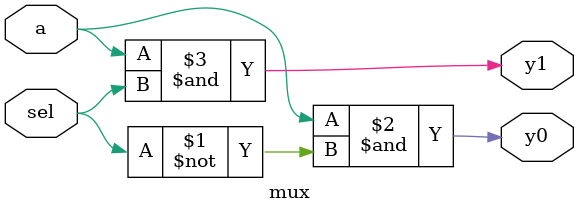
<source format=v>

module mux(input a,sel,output y1,y0);

    assign y0 = a&~sel;
    assign y1 = a&sel;
endmodule 
</source>
